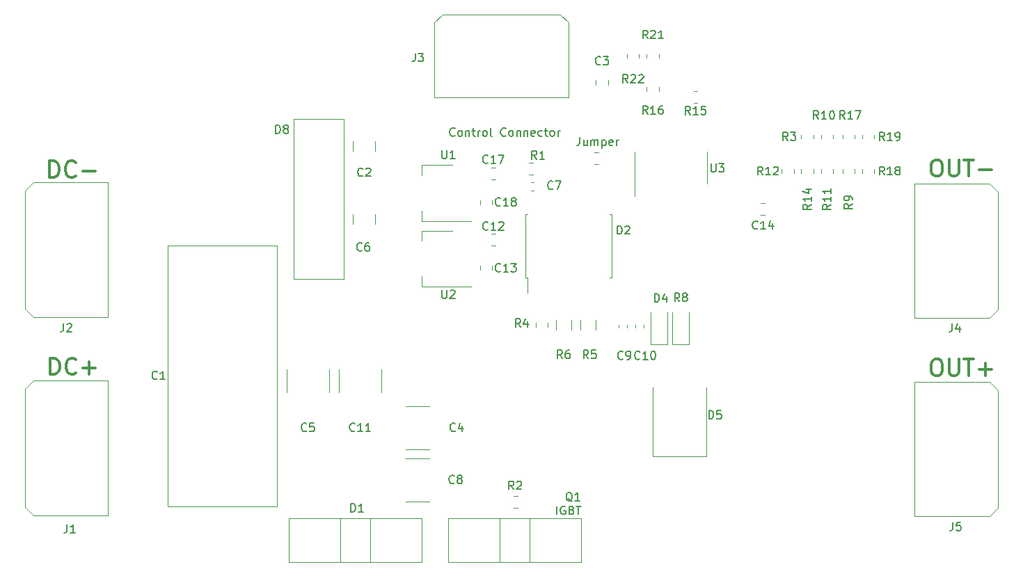
<source format=gbr>
%TF.GenerationSoftware,KiCad,Pcbnew,(6.0.1)*%
%TF.CreationDate,2023-02-17T13:15:31+03:00*%
%TF.ProjectId,_______ IGBT,14403039-3235-4402-9049-4742542e6b69,rev?*%
%TF.SameCoordinates,Original*%
%TF.FileFunction,Legend,Top*%
%TF.FilePolarity,Positive*%
%FSLAX46Y46*%
G04 Gerber Fmt 4.6, Leading zero omitted, Abs format (unit mm)*
G04 Created by KiCad (PCBNEW (6.0.1)) date 2023-02-17 13:15:31*
%MOMM*%
%LPD*%
G01*
G04 APERTURE LIST*
%ADD10C,0.150000*%
%ADD11C,0.300000*%
%ADD12C,0.120000*%
G04 APERTURE END LIST*
D10*
%TO.C,R22*%
X171366442Y-67330980D02*
X171033109Y-66854790D01*
X170795014Y-67330980D02*
X170795014Y-66330980D01*
X171175966Y-66330980D01*
X171271204Y-66378600D01*
X171318823Y-66426219D01*
X171366442Y-66521457D01*
X171366442Y-66664314D01*
X171318823Y-66759552D01*
X171271204Y-66807171D01*
X171175966Y-66854790D01*
X170795014Y-66854790D01*
X171747395Y-66426219D02*
X171795014Y-66378600D01*
X171890252Y-66330980D01*
X172128347Y-66330980D01*
X172223585Y-66378600D01*
X172271204Y-66426219D01*
X172318823Y-66521457D01*
X172318823Y-66616695D01*
X172271204Y-66759552D01*
X171699776Y-67330980D01*
X172318823Y-67330980D01*
X172699776Y-66426219D02*
X172747395Y-66378600D01*
X172842633Y-66330980D01*
X173080728Y-66330980D01*
X173175966Y-66378600D01*
X173223585Y-66426219D01*
X173271204Y-66521457D01*
X173271204Y-66616695D01*
X173223585Y-66759552D01*
X172652157Y-67330980D01*
X173271204Y-67330980D01*
%TO.C,R21*%
X173766442Y-61930980D02*
X173433109Y-61454790D01*
X173195014Y-61930980D02*
X173195014Y-60930980D01*
X173575966Y-60930980D01*
X173671204Y-60978600D01*
X173718823Y-61026219D01*
X173766442Y-61121457D01*
X173766442Y-61264314D01*
X173718823Y-61359552D01*
X173671204Y-61407171D01*
X173575966Y-61454790D01*
X173195014Y-61454790D01*
X174147395Y-61026219D02*
X174195014Y-60978600D01*
X174290252Y-60930980D01*
X174528347Y-60930980D01*
X174623585Y-60978600D01*
X174671204Y-61026219D01*
X174718823Y-61121457D01*
X174718823Y-61216695D01*
X174671204Y-61359552D01*
X174099776Y-61930980D01*
X174718823Y-61930980D01*
X175671204Y-61930980D02*
X175099776Y-61930980D01*
X175385490Y-61930980D02*
X175385490Y-60930980D01*
X175290252Y-61073838D01*
X175195014Y-61169076D01*
X175099776Y-61216695D01*
%TO.C,R19*%
X202566442Y-74330980D02*
X202233109Y-73854790D01*
X201995014Y-74330980D02*
X201995014Y-73330980D01*
X202375966Y-73330980D01*
X202471204Y-73378600D01*
X202518823Y-73426219D01*
X202566442Y-73521457D01*
X202566442Y-73664314D01*
X202518823Y-73759552D01*
X202471204Y-73807171D01*
X202375966Y-73854790D01*
X201995014Y-73854790D01*
X203518823Y-74330980D02*
X202947395Y-74330980D01*
X203233109Y-74330980D02*
X203233109Y-73330980D01*
X203137871Y-73473838D01*
X203042633Y-73569076D01*
X202947395Y-73616695D01*
X203995014Y-74330980D02*
X204185490Y-74330980D01*
X204280728Y-74283361D01*
X204328347Y-74235742D01*
X204423585Y-74092885D01*
X204471204Y-73902409D01*
X204471204Y-73521457D01*
X204423585Y-73426219D01*
X204375966Y-73378600D01*
X204280728Y-73330980D01*
X204090252Y-73330980D01*
X203995014Y-73378600D01*
X203947395Y-73426219D01*
X203899776Y-73521457D01*
X203899776Y-73759552D01*
X203947395Y-73854790D01*
X203995014Y-73902409D01*
X204090252Y-73950028D01*
X204280728Y-73950028D01*
X204375966Y-73902409D01*
X204423585Y-73854790D01*
X204471204Y-73759552D01*
%TO.C,R18*%
X202566442Y-78530980D02*
X202233109Y-78054790D01*
X201995014Y-78530980D02*
X201995014Y-77530980D01*
X202375966Y-77530980D01*
X202471204Y-77578600D01*
X202518823Y-77626219D01*
X202566442Y-77721457D01*
X202566442Y-77864314D01*
X202518823Y-77959552D01*
X202471204Y-78007171D01*
X202375966Y-78054790D01*
X201995014Y-78054790D01*
X203518823Y-78530980D02*
X202947395Y-78530980D01*
X203233109Y-78530980D02*
X203233109Y-77530980D01*
X203137871Y-77673838D01*
X203042633Y-77769076D01*
X202947395Y-77816695D01*
X204090252Y-77959552D02*
X203995014Y-77911933D01*
X203947395Y-77864314D01*
X203899776Y-77769076D01*
X203899776Y-77721457D01*
X203947395Y-77626219D01*
X203995014Y-77578600D01*
X204090252Y-77530980D01*
X204280728Y-77530980D01*
X204375966Y-77578600D01*
X204423585Y-77626219D01*
X204471204Y-77721457D01*
X204471204Y-77769076D01*
X204423585Y-77864314D01*
X204375966Y-77911933D01*
X204280728Y-77959552D01*
X204090252Y-77959552D01*
X203995014Y-78007171D01*
X203947395Y-78054790D01*
X203899776Y-78150028D01*
X203899776Y-78340504D01*
X203947395Y-78435742D01*
X203995014Y-78483361D01*
X204090252Y-78530980D01*
X204280728Y-78530980D01*
X204375966Y-78483361D01*
X204423585Y-78435742D01*
X204471204Y-78340504D01*
X204471204Y-78150028D01*
X204423585Y-78054790D01*
X204375966Y-78007171D01*
X204280728Y-77959552D01*
%TO.C,R17*%
X197766442Y-71730980D02*
X197433109Y-71254790D01*
X197195014Y-71730980D02*
X197195014Y-70730980D01*
X197575966Y-70730980D01*
X197671204Y-70778600D01*
X197718823Y-70826219D01*
X197766442Y-70921457D01*
X197766442Y-71064314D01*
X197718823Y-71159552D01*
X197671204Y-71207171D01*
X197575966Y-71254790D01*
X197195014Y-71254790D01*
X198718823Y-71730980D02*
X198147395Y-71730980D01*
X198433109Y-71730980D02*
X198433109Y-70730980D01*
X198337871Y-70873838D01*
X198242633Y-70969076D01*
X198147395Y-71016695D01*
X199052157Y-70730980D02*
X199718823Y-70730980D01*
X199290252Y-71730980D01*
%TO.C,C1*%
X114103633Y-103335242D02*
X114056014Y-103382861D01*
X113913157Y-103430480D01*
X113817919Y-103430480D01*
X113675061Y-103382861D01*
X113579823Y-103287623D01*
X113532204Y-103192385D01*
X113484585Y-103001909D01*
X113484585Y-102859052D01*
X113532204Y-102668576D01*
X113579823Y-102573338D01*
X113675061Y-102478100D01*
X113817919Y-102430480D01*
X113913157Y-102430480D01*
X114056014Y-102478100D01*
X114103633Y-102525719D01*
X115056014Y-103430480D02*
X114484585Y-103430480D01*
X114770300Y-103430480D02*
X114770300Y-102430480D01*
X114675061Y-102573338D01*
X114579823Y-102668576D01*
X114484585Y-102716195D01*
%TO.C,C2*%
X139125633Y-78604242D02*
X139078014Y-78651861D01*
X138935157Y-78699480D01*
X138839919Y-78699480D01*
X138697061Y-78651861D01*
X138601823Y-78556623D01*
X138554204Y-78461385D01*
X138506585Y-78270909D01*
X138506585Y-78128052D01*
X138554204Y-77937576D01*
X138601823Y-77842338D01*
X138697061Y-77747100D01*
X138839919Y-77699480D01*
X138935157Y-77699480D01*
X139078014Y-77747100D01*
X139125633Y-77794719D01*
X139506585Y-77794719D02*
X139554204Y-77747100D01*
X139649442Y-77699480D01*
X139887538Y-77699480D01*
X139982776Y-77747100D01*
X140030395Y-77794719D01*
X140078014Y-77889957D01*
X140078014Y-77985195D01*
X140030395Y-78128052D01*
X139458966Y-78699480D01*
X140078014Y-78699480D01*
%TO.C,C3*%
X168042633Y-65035742D02*
X167995014Y-65083361D01*
X167852157Y-65130980D01*
X167756919Y-65130980D01*
X167614061Y-65083361D01*
X167518823Y-64988123D01*
X167471204Y-64892885D01*
X167423585Y-64702409D01*
X167423585Y-64559552D01*
X167471204Y-64369076D01*
X167518823Y-64273838D01*
X167614061Y-64178600D01*
X167756919Y-64130980D01*
X167852157Y-64130980D01*
X167995014Y-64178600D01*
X168042633Y-64226219D01*
X168375966Y-64130980D02*
X168995014Y-64130980D01*
X168661680Y-64511933D01*
X168804538Y-64511933D01*
X168899776Y-64559552D01*
X168947395Y-64607171D01*
X168995014Y-64702409D01*
X168995014Y-64940504D01*
X168947395Y-65035742D01*
X168899776Y-65083361D01*
X168804538Y-65130980D01*
X168518823Y-65130980D01*
X168423585Y-65083361D01*
X168375966Y-65035742D01*
%TO.C,C6*%
X138998633Y-87684742D02*
X138951014Y-87732361D01*
X138808157Y-87779980D01*
X138712919Y-87779980D01*
X138570061Y-87732361D01*
X138474823Y-87637123D01*
X138427204Y-87541885D01*
X138379585Y-87351409D01*
X138379585Y-87208552D01*
X138427204Y-87018076D01*
X138474823Y-86922838D01*
X138570061Y-86827600D01*
X138712919Y-86779980D01*
X138808157Y-86779980D01*
X138951014Y-86827600D01*
X138998633Y-86875219D01*
X139855776Y-86779980D02*
X139665300Y-86779980D01*
X139570061Y-86827600D01*
X139522442Y-86875219D01*
X139427204Y-87018076D01*
X139379585Y-87208552D01*
X139379585Y-87589504D01*
X139427204Y-87684742D01*
X139474823Y-87732361D01*
X139570061Y-87779980D01*
X139760538Y-87779980D01*
X139855776Y-87732361D01*
X139903395Y-87684742D01*
X139951014Y-87589504D01*
X139951014Y-87351409D01*
X139903395Y-87256171D01*
X139855776Y-87208552D01*
X139760538Y-87160933D01*
X139570061Y-87160933D01*
X139474823Y-87208552D01*
X139427204Y-87256171D01*
X139379585Y-87351409D01*
%TO.C,C7*%
X162239633Y-80191742D02*
X162192014Y-80239361D01*
X162049157Y-80286980D01*
X161953919Y-80286980D01*
X161811061Y-80239361D01*
X161715823Y-80144123D01*
X161668204Y-80048885D01*
X161620585Y-79858409D01*
X161620585Y-79715552D01*
X161668204Y-79525076D01*
X161715823Y-79429838D01*
X161811061Y-79334600D01*
X161953919Y-79286980D01*
X162049157Y-79286980D01*
X162192014Y-79334600D01*
X162239633Y-79382219D01*
X162572966Y-79286980D02*
X163239633Y-79286980D01*
X162811061Y-80286980D01*
%TO.C,C9*%
X170748633Y-100892742D02*
X170701014Y-100940361D01*
X170558157Y-100987980D01*
X170462919Y-100987980D01*
X170320061Y-100940361D01*
X170224823Y-100845123D01*
X170177204Y-100749885D01*
X170129585Y-100559409D01*
X170129585Y-100416552D01*
X170177204Y-100226076D01*
X170224823Y-100130838D01*
X170320061Y-100035600D01*
X170462919Y-99987980D01*
X170558157Y-99987980D01*
X170701014Y-100035600D01*
X170748633Y-100083219D01*
X171224823Y-100987980D02*
X171415300Y-100987980D01*
X171510538Y-100940361D01*
X171558157Y-100892742D01*
X171653395Y-100749885D01*
X171701014Y-100559409D01*
X171701014Y-100178457D01*
X171653395Y-100083219D01*
X171605776Y-100035600D01*
X171510538Y-99987980D01*
X171320061Y-99987980D01*
X171224823Y-100035600D01*
X171177204Y-100083219D01*
X171129585Y-100178457D01*
X171129585Y-100416552D01*
X171177204Y-100511790D01*
X171224823Y-100559409D01*
X171320061Y-100607028D01*
X171510538Y-100607028D01*
X171605776Y-100559409D01*
X171653395Y-100511790D01*
X171701014Y-100416552D01*
%TO.C,C10*%
X172812442Y-100892742D02*
X172764823Y-100940361D01*
X172621966Y-100987980D01*
X172526728Y-100987980D01*
X172383871Y-100940361D01*
X172288633Y-100845123D01*
X172241014Y-100749885D01*
X172193395Y-100559409D01*
X172193395Y-100416552D01*
X172241014Y-100226076D01*
X172288633Y-100130838D01*
X172383871Y-100035600D01*
X172526728Y-99987980D01*
X172621966Y-99987980D01*
X172764823Y-100035600D01*
X172812442Y-100083219D01*
X173764823Y-100987980D02*
X173193395Y-100987980D01*
X173479109Y-100987980D02*
X173479109Y-99987980D01*
X173383871Y-100130838D01*
X173288633Y-100226076D01*
X173193395Y-100273695D01*
X174383871Y-99987980D02*
X174479109Y-99987980D01*
X174574347Y-100035600D01*
X174621966Y-100083219D01*
X174669585Y-100178457D01*
X174717204Y-100368933D01*
X174717204Y-100607028D01*
X174669585Y-100797504D01*
X174621966Y-100892742D01*
X174574347Y-100940361D01*
X174479109Y-100987980D01*
X174383871Y-100987980D01*
X174288633Y-100940361D01*
X174241014Y-100892742D01*
X174193395Y-100797504D01*
X174145776Y-100607028D01*
X174145776Y-100368933D01*
X174193395Y-100178457D01*
X174241014Y-100083219D01*
X174288633Y-100035600D01*
X174383871Y-99987980D01*
%TO.C,C17*%
X154333942Y-77016742D02*
X154286323Y-77064361D01*
X154143466Y-77111980D01*
X154048228Y-77111980D01*
X153905371Y-77064361D01*
X153810133Y-76969123D01*
X153762514Y-76873885D01*
X153714895Y-76683409D01*
X153714895Y-76540552D01*
X153762514Y-76350076D01*
X153810133Y-76254838D01*
X153905371Y-76159600D01*
X154048228Y-76111980D01*
X154143466Y-76111980D01*
X154286323Y-76159600D01*
X154333942Y-76207219D01*
X155286323Y-77111980D02*
X154714895Y-77111980D01*
X155000609Y-77111980D02*
X155000609Y-76111980D01*
X154905371Y-76254838D01*
X154810133Y-76350076D01*
X154714895Y-76397695D01*
X155619657Y-76111980D02*
X156286323Y-76111980D01*
X155857752Y-77111980D01*
%TO.C,C18*%
X155857942Y-82223742D02*
X155810323Y-82271361D01*
X155667466Y-82318980D01*
X155572228Y-82318980D01*
X155429371Y-82271361D01*
X155334133Y-82176123D01*
X155286514Y-82080885D01*
X155238895Y-81890409D01*
X155238895Y-81747552D01*
X155286514Y-81557076D01*
X155334133Y-81461838D01*
X155429371Y-81366600D01*
X155572228Y-81318980D01*
X155667466Y-81318980D01*
X155810323Y-81366600D01*
X155857942Y-81414219D01*
X156810323Y-82318980D02*
X156238895Y-82318980D01*
X156524609Y-82318980D02*
X156524609Y-81318980D01*
X156429371Y-81461838D01*
X156334133Y-81557076D01*
X156238895Y-81604695D01*
X157381752Y-81747552D02*
X157286514Y-81699933D01*
X157238895Y-81652314D01*
X157191276Y-81557076D01*
X157191276Y-81509457D01*
X157238895Y-81414219D01*
X157286514Y-81366600D01*
X157381752Y-81318980D01*
X157572228Y-81318980D01*
X157667466Y-81366600D01*
X157715085Y-81414219D01*
X157762704Y-81509457D01*
X157762704Y-81557076D01*
X157715085Y-81652314D01*
X157667466Y-81699933D01*
X157572228Y-81747552D01*
X157381752Y-81747552D01*
X157286514Y-81795171D01*
X157238895Y-81842790D01*
X157191276Y-81938028D01*
X157191276Y-82128504D01*
X157238895Y-82223742D01*
X157286514Y-82271361D01*
X157381752Y-82318980D01*
X157572228Y-82318980D01*
X157667466Y-82271361D01*
X157715085Y-82223742D01*
X157762704Y-82128504D01*
X157762704Y-81938028D01*
X157715085Y-81842790D01*
X157667466Y-81795171D01*
X157572228Y-81747552D01*
%TO.C,D2*%
X170071204Y-85730980D02*
X170071204Y-84730980D01*
X170309300Y-84730980D01*
X170452157Y-84778600D01*
X170547395Y-84873838D01*
X170595014Y-84969076D01*
X170642633Y-85159552D01*
X170642633Y-85302409D01*
X170595014Y-85492885D01*
X170547395Y-85588123D01*
X170452157Y-85683361D01*
X170309300Y-85730980D01*
X170071204Y-85730980D01*
X171023585Y-84826219D02*
X171071204Y-84778600D01*
X171166442Y-84730980D01*
X171404538Y-84730980D01*
X171499776Y-84778600D01*
X171547395Y-84826219D01*
X171595014Y-84921457D01*
X171595014Y-85016695D01*
X171547395Y-85159552D01*
X170975966Y-85730980D01*
X171595014Y-85730980D01*
%TO.C,D4*%
X174622204Y-94002980D02*
X174622204Y-93002980D01*
X174860300Y-93002980D01*
X175003157Y-93050600D01*
X175098395Y-93145838D01*
X175146014Y-93241076D01*
X175193633Y-93431552D01*
X175193633Y-93574409D01*
X175146014Y-93764885D01*
X175098395Y-93860123D01*
X175003157Y-93955361D01*
X174860300Y-94002980D01*
X174622204Y-94002980D01*
X176050776Y-93336314D02*
X176050776Y-94002980D01*
X175812680Y-92955361D02*
X175574585Y-93669647D01*
X176193633Y-93669647D01*
%TO.C,D5*%
X181226204Y-108226980D02*
X181226204Y-107226980D01*
X181464300Y-107226980D01*
X181607157Y-107274600D01*
X181702395Y-107369838D01*
X181750014Y-107465076D01*
X181797633Y-107655552D01*
X181797633Y-107798409D01*
X181750014Y-107988885D01*
X181702395Y-108084123D01*
X181607157Y-108179361D01*
X181464300Y-108226980D01*
X181226204Y-108226980D01*
X182702395Y-107226980D02*
X182226204Y-107226980D01*
X182178585Y-107703171D01*
X182226204Y-107655552D01*
X182321442Y-107607933D01*
X182559538Y-107607933D01*
X182654776Y-107655552D01*
X182702395Y-107703171D01*
X182750014Y-107798409D01*
X182750014Y-108036504D01*
X182702395Y-108131742D01*
X182654776Y-108179361D01*
X182559538Y-108226980D01*
X182321442Y-108226980D01*
X182226204Y-108179361D01*
X182178585Y-108131742D01*
%TO.C,Q1*%
X164597061Y-118291719D02*
X164501823Y-118244100D01*
X164406585Y-118148861D01*
X164263728Y-118006004D01*
X164168490Y-117958385D01*
X164073252Y-117958385D01*
X164120871Y-118196480D02*
X164025633Y-118148861D01*
X163930395Y-118053623D01*
X163882776Y-117863147D01*
X163882776Y-117529814D01*
X163930395Y-117339338D01*
X164025633Y-117244100D01*
X164120871Y-117196480D01*
X164311347Y-117196480D01*
X164406585Y-117244100D01*
X164501823Y-117339338D01*
X164549442Y-117529814D01*
X164549442Y-117863147D01*
X164501823Y-118053623D01*
X164406585Y-118148861D01*
X164311347Y-118196480D01*
X164120871Y-118196480D01*
X165501823Y-118196480D02*
X164930395Y-118196480D01*
X165216109Y-118196480D02*
X165216109Y-117196480D01*
X165120871Y-117339338D01*
X165025633Y-117434576D01*
X164930395Y-117482195D01*
X162739847Y-119847480D02*
X162739847Y-118847480D01*
X163739847Y-118895100D02*
X163644609Y-118847480D01*
X163501752Y-118847480D01*
X163358895Y-118895100D01*
X163263657Y-118990338D01*
X163216038Y-119085576D01*
X163168419Y-119276052D01*
X163168419Y-119418909D01*
X163216038Y-119609385D01*
X163263657Y-119704623D01*
X163358895Y-119799861D01*
X163501752Y-119847480D01*
X163596990Y-119847480D01*
X163739847Y-119799861D01*
X163787466Y-119752242D01*
X163787466Y-119418909D01*
X163596990Y-119418909D01*
X164549371Y-119323671D02*
X164692228Y-119371290D01*
X164739847Y-119418909D01*
X164787466Y-119514147D01*
X164787466Y-119657004D01*
X164739847Y-119752242D01*
X164692228Y-119799861D01*
X164596990Y-119847480D01*
X164216038Y-119847480D01*
X164216038Y-118847480D01*
X164549371Y-118847480D01*
X164644609Y-118895100D01*
X164692228Y-118942719D01*
X164739847Y-119037957D01*
X164739847Y-119133195D01*
X164692228Y-119228433D01*
X164644609Y-119276052D01*
X164549371Y-119323671D01*
X164216038Y-119323671D01*
X165073180Y-118847480D02*
X165644609Y-118847480D01*
X165358895Y-119847480D02*
X165358895Y-118847480D01*
%TO.C,R1*%
X160271133Y-76603980D02*
X159937800Y-76127790D01*
X159699704Y-76603980D02*
X159699704Y-75603980D01*
X160080657Y-75603980D01*
X160175895Y-75651600D01*
X160223514Y-75699219D01*
X160271133Y-75794457D01*
X160271133Y-75937314D01*
X160223514Y-76032552D01*
X160175895Y-76080171D01*
X160080657Y-76127790D01*
X159699704Y-76127790D01*
X161223514Y-76603980D02*
X160652085Y-76603980D01*
X160937800Y-76603980D02*
X160937800Y-75603980D01*
X160842561Y-75746838D01*
X160747323Y-75842076D01*
X160652085Y-75889695D01*
%TO.C,R2*%
X157477133Y-116799480D02*
X157143800Y-116323290D01*
X156905704Y-116799480D02*
X156905704Y-115799480D01*
X157286657Y-115799480D01*
X157381895Y-115847100D01*
X157429514Y-115894719D01*
X157477133Y-115989957D01*
X157477133Y-116132814D01*
X157429514Y-116228052D01*
X157381895Y-116275671D01*
X157286657Y-116323290D01*
X156905704Y-116323290D01*
X157858085Y-115894719D02*
X157905704Y-115847100D01*
X158000942Y-115799480D01*
X158239038Y-115799480D01*
X158334276Y-115847100D01*
X158381895Y-115894719D01*
X158429514Y-115989957D01*
X158429514Y-116085195D01*
X158381895Y-116228052D01*
X157810466Y-116799480D01*
X158429514Y-116799480D01*
%TO.C,R4*%
X158302633Y-97050980D02*
X157969300Y-96574790D01*
X157731204Y-97050980D02*
X157731204Y-96050980D01*
X158112157Y-96050980D01*
X158207395Y-96098600D01*
X158255014Y-96146219D01*
X158302633Y-96241457D01*
X158302633Y-96384314D01*
X158255014Y-96479552D01*
X158207395Y-96527171D01*
X158112157Y-96574790D01*
X157731204Y-96574790D01*
X159159776Y-96384314D02*
X159159776Y-97050980D01*
X158921680Y-96003361D02*
X158683585Y-96717647D01*
X159302633Y-96717647D01*
%TO.C,R5*%
X166557633Y-100860980D02*
X166224300Y-100384790D01*
X165986204Y-100860980D02*
X165986204Y-99860980D01*
X166367157Y-99860980D01*
X166462395Y-99908600D01*
X166510014Y-99956219D01*
X166557633Y-100051457D01*
X166557633Y-100194314D01*
X166510014Y-100289552D01*
X166462395Y-100337171D01*
X166367157Y-100384790D01*
X165986204Y-100384790D01*
X167462395Y-99860980D02*
X166986204Y-99860980D01*
X166938585Y-100337171D01*
X166986204Y-100289552D01*
X167081442Y-100241933D01*
X167319538Y-100241933D01*
X167414776Y-100289552D01*
X167462395Y-100337171D01*
X167510014Y-100432409D01*
X167510014Y-100670504D01*
X167462395Y-100765742D01*
X167414776Y-100813361D01*
X167319538Y-100860980D01*
X167081442Y-100860980D01*
X166986204Y-100813361D01*
X166938585Y-100765742D01*
%TO.C,R6*%
X163382633Y-100860980D02*
X163049300Y-100384790D01*
X162811204Y-100860980D02*
X162811204Y-99860980D01*
X163192157Y-99860980D01*
X163287395Y-99908600D01*
X163335014Y-99956219D01*
X163382633Y-100051457D01*
X163382633Y-100194314D01*
X163335014Y-100289552D01*
X163287395Y-100337171D01*
X163192157Y-100384790D01*
X162811204Y-100384790D01*
X164239776Y-99860980D02*
X164049300Y-99860980D01*
X163954061Y-99908600D01*
X163906442Y-99956219D01*
X163811204Y-100099076D01*
X163763585Y-100289552D01*
X163763585Y-100670504D01*
X163811204Y-100765742D01*
X163858823Y-100813361D01*
X163954061Y-100860980D01*
X164144538Y-100860980D01*
X164239776Y-100813361D01*
X164287395Y-100765742D01*
X164335014Y-100670504D01*
X164335014Y-100432409D01*
X164287395Y-100337171D01*
X164239776Y-100289552D01*
X164144538Y-100241933D01*
X163954061Y-100241933D01*
X163858823Y-100289552D01*
X163811204Y-100337171D01*
X163763585Y-100432409D01*
%TO.C,R7*%
X165510133Y-73952980D02*
X165510133Y-74667266D01*
X165462514Y-74810123D01*
X165367276Y-74905361D01*
X165224419Y-74952980D01*
X165129180Y-74952980D01*
X166414895Y-74286314D02*
X166414895Y-74952980D01*
X165986323Y-74286314D02*
X165986323Y-74810123D01*
X166033942Y-74905361D01*
X166129180Y-74952980D01*
X166272038Y-74952980D01*
X166367276Y-74905361D01*
X166414895Y-74857742D01*
X166891085Y-74952980D02*
X166891085Y-74286314D01*
X166891085Y-74381552D02*
X166938704Y-74333933D01*
X167033942Y-74286314D01*
X167176800Y-74286314D01*
X167272038Y-74333933D01*
X167319657Y-74429171D01*
X167319657Y-74952980D01*
X167319657Y-74429171D02*
X167367276Y-74333933D01*
X167462514Y-74286314D01*
X167605371Y-74286314D01*
X167700609Y-74333933D01*
X167748228Y-74429171D01*
X167748228Y-74952980D01*
X168224419Y-74286314D02*
X168224419Y-75286314D01*
X168224419Y-74333933D02*
X168319657Y-74286314D01*
X168510133Y-74286314D01*
X168605371Y-74333933D01*
X168652990Y-74381552D01*
X168700609Y-74476790D01*
X168700609Y-74762504D01*
X168652990Y-74857742D01*
X168605371Y-74905361D01*
X168510133Y-74952980D01*
X168319657Y-74952980D01*
X168224419Y-74905361D01*
X169510133Y-74905361D02*
X169414895Y-74952980D01*
X169224419Y-74952980D01*
X169129180Y-74905361D01*
X169081561Y-74810123D01*
X169081561Y-74429171D01*
X169129180Y-74333933D01*
X169224419Y-74286314D01*
X169414895Y-74286314D01*
X169510133Y-74333933D01*
X169557752Y-74429171D01*
X169557752Y-74524409D01*
X169081561Y-74619647D01*
X169986323Y-74952980D02*
X169986323Y-74286314D01*
X169986323Y-74476790D02*
X170033942Y-74381552D01*
X170081561Y-74333933D01*
X170176800Y-74286314D01*
X170272038Y-74286314D01*
%TO.C,C4*%
X150365133Y-109655742D02*
X150317514Y-109703361D01*
X150174657Y-109750980D01*
X150079419Y-109750980D01*
X149936561Y-109703361D01*
X149841323Y-109608123D01*
X149793704Y-109512885D01*
X149746085Y-109322409D01*
X149746085Y-109179552D01*
X149793704Y-108989076D01*
X149841323Y-108893838D01*
X149936561Y-108798600D01*
X150079419Y-108750980D01*
X150174657Y-108750980D01*
X150317514Y-108798600D01*
X150365133Y-108846219D01*
X151222276Y-109084314D02*
X151222276Y-109750980D01*
X150984180Y-108703361D02*
X150746085Y-109417647D01*
X151365133Y-109417647D01*
%TO.C,C5*%
X132267633Y-109655742D02*
X132220014Y-109703361D01*
X132077157Y-109750980D01*
X131981919Y-109750980D01*
X131839061Y-109703361D01*
X131743823Y-109608123D01*
X131696204Y-109512885D01*
X131648585Y-109322409D01*
X131648585Y-109179552D01*
X131696204Y-108989076D01*
X131743823Y-108893838D01*
X131839061Y-108798600D01*
X131981919Y-108750980D01*
X132077157Y-108750980D01*
X132220014Y-108798600D01*
X132267633Y-108846219D01*
X133172395Y-108750980D02*
X132696204Y-108750980D01*
X132648585Y-109227171D01*
X132696204Y-109179552D01*
X132791442Y-109131933D01*
X133029538Y-109131933D01*
X133124776Y-109179552D01*
X133172395Y-109227171D01*
X133220014Y-109322409D01*
X133220014Y-109560504D01*
X133172395Y-109655742D01*
X133124776Y-109703361D01*
X133029538Y-109750980D01*
X132791442Y-109750980D01*
X132696204Y-109703361D01*
X132648585Y-109655742D01*
%TO.C,C8*%
X150238133Y-116005742D02*
X150190514Y-116053361D01*
X150047657Y-116100980D01*
X149952419Y-116100980D01*
X149809561Y-116053361D01*
X149714323Y-115958123D01*
X149666704Y-115862885D01*
X149619085Y-115672409D01*
X149619085Y-115529552D01*
X149666704Y-115339076D01*
X149714323Y-115243838D01*
X149809561Y-115148600D01*
X149952419Y-115100980D01*
X150047657Y-115100980D01*
X150190514Y-115148600D01*
X150238133Y-115196219D01*
X150809561Y-115529552D02*
X150714323Y-115481933D01*
X150666704Y-115434314D01*
X150619085Y-115339076D01*
X150619085Y-115291457D01*
X150666704Y-115196219D01*
X150714323Y-115148600D01*
X150809561Y-115100980D01*
X151000038Y-115100980D01*
X151095276Y-115148600D01*
X151142895Y-115196219D01*
X151190514Y-115291457D01*
X151190514Y-115339076D01*
X151142895Y-115434314D01*
X151095276Y-115481933D01*
X151000038Y-115529552D01*
X150809561Y-115529552D01*
X150714323Y-115577171D01*
X150666704Y-115624790D01*
X150619085Y-115720028D01*
X150619085Y-115910504D01*
X150666704Y-116005742D01*
X150714323Y-116053361D01*
X150809561Y-116100980D01*
X151000038Y-116100980D01*
X151095276Y-116053361D01*
X151142895Y-116005742D01*
X151190514Y-115910504D01*
X151190514Y-115720028D01*
X151142895Y-115624790D01*
X151095276Y-115577171D01*
X151000038Y-115529552D01*
%TO.C,C11*%
X138141442Y-109655742D02*
X138093823Y-109703361D01*
X137950966Y-109750980D01*
X137855728Y-109750980D01*
X137712871Y-109703361D01*
X137617633Y-109608123D01*
X137570014Y-109512885D01*
X137522395Y-109322409D01*
X137522395Y-109179552D01*
X137570014Y-108989076D01*
X137617633Y-108893838D01*
X137712871Y-108798600D01*
X137855728Y-108750980D01*
X137950966Y-108750980D01*
X138093823Y-108798600D01*
X138141442Y-108846219D01*
X139093823Y-109750980D02*
X138522395Y-109750980D01*
X138808109Y-109750980D02*
X138808109Y-108750980D01*
X138712871Y-108893838D01*
X138617633Y-108989076D01*
X138522395Y-109036695D01*
X140046204Y-109750980D02*
X139474776Y-109750980D01*
X139760490Y-109750980D02*
X139760490Y-108750980D01*
X139665252Y-108893838D01*
X139570014Y-108989076D01*
X139474776Y-109036695D01*
%TO.C,J3*%
X145499466Y-63729480D02*
X145499466Y-64443766D01*
X145451847Y-64586623D01*
X145356609Y-64681861D01*
X145213752Y-64729480D01*
X145118514Y-64729480D01*
X145880419Y-63729480D02*
X146499466Y-63729480D01*
X146166133Y-64110433D01*
X146308990Y-64110433D01*
X146404228Y-64158052D01*
X146451847Y-64205671D01*
X146499466Y-64300909D01*
X146499466Y-64539004D01*
X146451847Y-64634242D01*
X146404228Y-64681861D01*
X146308990Y-64729480D01*
X146023276Y-64729480D01*
X145928038Y-64681861D01*
X145880419Y-64634242D01*
X150326180Y-73714742D02*
X150278561Y-73762361D01*
X150135704Y-73809980D01*
X150040466Y-73809980D01*
X149897609Y-73762361D01*
X149802371Y-73667123D01*
X149754752Y-73571885D01*
X149707133Y-73381409D01*
X149707133Y-73238552D01*
X149754752Y-73048076D01*
X149802371Y-72952838D01*
X149897609Y-72857600D01*
X150040466Y-72809980D01*
X150135704Y-72809980D01*
X150278561Y-72857600D01*
X150326180Y-72905219D01*
X150897609Y-73809980D02*
X150802371Y-73762361D01*
X150754752Y-73714742D01*
X150707133Y-73619504D01*
X150707133Y-73333790D01*
X150754752Y-73238552D01*
X150802371Y-73190933D01*
X150897609Y-73143314D01*
X151040466Y-73143314D01*
X151135704Y-73190933D01*
X151183323Y-73238552D01*
X151230942Y-73333790D01*
X151230942Y-73619504D01*
X151183323Y-73714742D01*
X151135704Y-73762361D01*
X151040466Y-73809980D01*
X150897609Y-73809980D01*
X151659514Y-73143314D02*
X151659514Y-73809980D01*
X151659514Y-73238552D02*
X151707133Y-73190933D01*
X151802371Y-73143314D01*
X151945228Y-73143314D01*
X152040466Y-73190933D01*
X152088085Y-73286171D01*
X152088085Y-73809980D01*
X152421419Y-73143314D02*
X152802371Y-73143314D01*
X152564276Y-72809980D02*
X152564276Y-73667123D01*
X152611895Y-73762361D01*
X152707133Y-73809980D01*
X152802371Y-73809980D01*
X153135704Y-73809980D02*
X153135704Y-73143314D01*
X153135704Y-73333790D02*
X153183323Y-73238552D01*
X153230942Y-73190933D01*
X153326180Y-73143314D01*
X153421419Y-73143314D01*
X153897609Y-73809980D02*
X153802371Y-73762361D01*
X153754752Y-73714742D01*
X153707133Y-73619504D01*
X153707133Y-73333790D01*
X153754752Y-73238552D01*
X153802371Y-73190933D01*
X153897609Y-73143314D01*
X154040466Y-73143314D01*
X154135704Y-73190933D01*
X154183323Y-73238552D01*
X154230942Y-73333790D01*
X154230942Y-73619504D01*
X154183323Y-73714742D01*
X154135704Y-73762361D01*
X154040466Y-73809980D01*
X153897609Y-73809980D01*
X154802371Y-73809980D02*
X154707133Y-73762361D01*
X154659514Y-73667123D01*
X154659514Y-72809980D01*
X156516657Y-73714742D02*
X156469038Y-73762361D01*
X156326180Y-73809980D01*
X156230942Y-73809980D01*
X156088085Y-73762361D01*
X155992847Y-73667123D01*
X155945228Y-73571885D01*
X155897609Y-73381409D01*
X155897609Y-73238552D01*
X155945228Y-73048076D01*
X155992847Y-72952838D01*
X156088085Y-72857600D01*
X156230942Y-72809980D01*
X156326180Y-72809980D01*
X156469038Y-72857600D01*
X156516657Y-72905219D01*
X157088085Y-73809980D02*
X156992847Y-73762361D01*
X156945228Y-73714742D01*
X156897609Y-73619504D01*
X156897609Y-73333790D01*
X156945228Y-73238552D01*
X156992847Y-73190933D01*
X157088085Y-73143314D01*
X157230942Y-73143314D01*
X157326180Y-73190933D01*
X157373800Y-73238552D01*
X157421419Y-73333790D01*
X157421419Y-73619504D01*
X157373800Y-73714742D01*
X157326180Y-73762361D01*
X157230942Y-73809980D01*
X157088085Y-73809980D01*
X157849990Y-73143314D02*
X157849990Y-73809980D01*
X157849990Y-73238552D02*
X157897609Y-73190933D01*
X157992847Y-73143314D01*
X158135704Y-73143314D01*
X158230942Y-73190933D01*
X158278561Y-73286171D01*
X158278561Y-73809980D01*
X158754752Y-73143314D02*
X158754752Y-73809980D01*
X158754752Y-73238552D02*
X158802371Y-73190933D01*
X158897609Y-73143314D01*
X159040466Y-73143314D01*
X159135704Y-73190933D01*
X159183323Y-73286171D01*
X159183323Y-73809980D01*
X160040466Y-73762361D02*
X159945228Y-73809980D01*
X159754752Y-73809980D01*
X159659514Y-73762361D01*
X159611895Y-73667123D01*
X159611895Y-73286171D01*
X159659514Y-73190933D01*
X159754752Y-73143314D01*
X159945228Y-73143314D01*
X160040466Y-73190933D01*
X160088085Y-73286171D01*
X160088085Y-73381409D01*
X159611895Y-73476647D01*
X160945228Y-73762361D02*
X160849990Y-73809980D01*
X160659514Y-73809980D01*
X160564276Y-73762361D01*
X160516657Y-73714742D01*
X160469038Y-73619504D01*
X160469038Y-73333790D01*
X160516657Y-73238552D01*
X160564276Y-73190933D01*
X160659514Y-73143314D01*
X160849990Y-73143314D01*
X160945228Y-73190933D01*
X161230942Y-73143314D02*
X161611895Y-73143314D01*
X161373800Y-72809980D02*
X161373800Y-73667123D01*
X161421419Y-73762361D01*
X161516657Y-73809980D01*
X161611895Y-73809980D01*
X162088085Y-73809980D02*
X161992847Y-73762361D01*
X161945228Y-73714742D01*
X161897609Y-73619504D01*
X161897609Y-73333790D01*
X161945228Y-73238552D01*
X161992847Y-73190933D01*
X162088085Y-73143314D01*
X162230942Y-73143314D01*
X162326180Y-73190933D01*
X162373800Y-73238552D01*
X162421419Y-73333790D01*
X162421419Y-73619504D01*
X162373800Y-73714742D01*
X162326180Y-73762361D01*
X162230942Y-73809980D01*
X162088085Y-73809980D01*
X162849990Y-73809980D02*
X162849990Y-73143314D01*
X162849990Y-73333790D02*
X162897609Y-73238552D01*
X162945228Y-73190933D01*
X163040466Y-73143314D01*
X163135704Y-73143314D01*
%TO.C,J1*%
X103144966Y-121069980D02*
X103144966Y-121784266D01*
X103097347Y-121927123D01*
X103002109Y-122022361D01*
X102859252Y-122069980D01*
X102764014Y-122069980D01*
X104144966Y-122069980D02*
X103573538Y-122069980D01*
X103859252Y-122069980D02*
X103859252Y-121069980D01*
X103764014Y-121212838D01*
X103668776Y-121308076D01*
X103573538Y-121355695D01*
D11*
X101097395Y-102837361D02*
X101097395Y-100837361D01*
X101573585Y-100837361D01*
X101859300Y-100932600D01*
X102049776Y-101123076D01*
X102145014Y-101313552D01*
X102240252Y-101694504D01*
X102240252Y-101980219D01*
X102145014Y-102361171D01*
X102049776Y-102551647D01*
X101859300Y-102742123D01*
X101573585Y-102837361D01*
X101097395Y-102837361D01*
X104240252Y-102646885D02*
X104145014Y-102742123D01*
X103859300Y-102837361D01*
X103668823Y-102837361D01*
X103383109Y-102742123D01*
X103192633Y-102551647D01*
X103097395Y-102361171D01*
X103002157Y-101980219D01*
X103002157Y-101694504D01*
X103097395Y-101313552D01*
X103192633Y-101123076D01*
X103383109Y-100932600D01*
X103668823Y-100837361D01*
X103859300Y-100837361D01*
X104145014Y-100932600D01*
X104240252Y-101027838D01*
X105097395Y-102075457D02*
X106621204Y-102075457D01*
X105859300Y-102837361D02*
X105859300Y-101313552D01*
D10*
%TO.C,J2*%
X102700466Y-96622480D02*
X102700466Y-97336766D01*
X102652847Y-97479623D01*
X102557609Y-97574861D01*
X102414752Y-97622480D01*
X102319514Y-97622480D01*
X103129038Y-96717719D02*
X103176657Y-96670100D01*
X103271895Y-96622480D01*
X103509990Y-96622480D01*
X103605228Y-96670100D01*
X103652847Y-96717719D01*
X103700466Y-96812957D01*
X103700466Y-96908195D01*
X103652847Y-97051052D01*
X103081419Y-97622480D01*
X103700466Y-97622480D01*
D11*
X101033895Y-78834361D02*
X101033895Y-76834361D01*
X101510085Y-76834361D01*
X101795800Y-76929600D01*
X101986276Y-77120076D01*
X102081514Y-77310552D01*
X102176752Y-77691504D01*
X102176752Y-77977219D01*
X102081514Y-78358171D01*
X101986276Y-78548647D01*
X101795800Y-78739123D01*
X101510085Y-78834361D01*
X101033895Y-78834361D01*
X104176752Y-78643885D02*
X104081514Y-78739123D01*
X103795800Y-78834361D01*
X103605323Y-78834361D01*
X103319609Y-78739123D01*
X103129133Y-78548647D01*
X103033895Y-78358171D01*
X102938657Y-77977219D01*
X102938657Y-77691504D01*
X103033895Y-77310552D01*
X103129133Y-77120076D01*
X103319609Y-76929600D01*
X103605323Y-76834361D01*
X103795800Y-76834361D01*
X104081514Y-76929600D01*
X104176752Y-77024838D01*
X105033895Y-78072457D02*
X106557704Y-78072457D01*
D10*
%TO.C,J4*%
X210840966Y-96622480D02*
X210840966Y-97336766D01*
X210793347Y-97479623D01*
X210698109Y-97574861D01*
X210555252Y-97622480D01*
X210460014Y-97622480D01*
X211745728Y-96955814D02*
X211745728Y-97622480D01*
X211507633Y-96574861D02*
X211269538Y-97289147D01*
X211888585Y-97289147D01*
D11*
X208761704Y-76707361D02*
X209142657Y-76707361D01*
X209333133Y-76802600D01*
X209523609Y-76993076D01*
X209618847Y-77374028D01*
X209618847Y-78040695D01*
X209523609Y-78421647D01*
X209333133Y-78612123D01*
X209142657Y-78707361D01*
X208761704Y-78707361D01*
X208571228Y-78612123D01*
X208380752Y-78421647D01*
X208285514Y-78040695D01*
X208285514Y-77374028D01*
X208380752Y-76993076D01*
X208571228Y-76802600D01*
X208761704Y-76707361D01*
X210475990Y-76707361D02*
X210475990Y-78326409D01*
X210571228Y-78516885D01*
X210666466Y-78612123D01*
X210856942Y-78707361D01*
X211237895Y-78707361D01*
X211428371Y-78612123D01*
X211523609Y-78516885D01*
X211618847Y-78326409D01*
X211618847Y-76707361D01*
X212285514Y-76707361D02*
X213428371Y-76707361D01*
X212856942Y-78707361D02*
X212856942Y-76707361D01*
X214095038Y-77945457D02*
X215618847Y-77945457D01*
D10*
%TO.C,J5*%
X210904466Y-120815980D02*
X210904466Y-121530266D01*
X210856847Y-121673123D01*
X210761609Y-121768361D01*
X210618752Y-121815980D01*
X210523514Y-121815980D01*
X211856847Y-120815980D02*
X211380657Y-120815980D01*
X211333038Y-121292171D01*
X211380657Y-121244552D01*
X211475895Y-121196933D01*
X211713990Y-121196933D01*
X211809228Y-121244552D01*
X211856847Y-121292171D01*
X211904466Y-121387409D01*
X211904466Y-121625504D01*
X211856847Y-121720742D01*
X211809228Y-121768361D01*
X211713990Y-121815980D01*
X211475895Y-121815980D01*
X211380657Y-121768361D01*
X211333038Y-121720742D01*
D11*
X208761704Y-100964361D02*
X209142657Y-100964361D01*
X209333133Y-101059600D01*
X209523609Y-101250076D01*
X209618847Y-101631028D01*
X209618847Y-102297695D01*
X209523609Y-102678647D01*
X209333133Y-102869123D01*
X209142657Y-102964361D01*
X208761704Y-102964361D01*
X208571228Y-102869123D01*
X208380752Y-102678647D01*
X208285514Y-102297695D01*
X208285514Y-101631028D01*
X208380752Y-101250076D01*
X208571228Y-101059600D01*
X208761704Y-100964361D01*
X210475990Y-100964361D02*
X210475990Y-102583409D01*
X210571228Y-102773885D01*
X210666466Y-102869123D01*
X210856942Y-102964361D01*
X211237895Y-102964361D01*
X211428371Y-102869123D01*
X211523609Y-102773885D01*
X211618847Y-102583409D01*
X211618847Y-100964361D01*
X212285514Y-100964361D02*
X213428371Y-100964361D01*
X212856942Y-102964361D02*
X212856942Y-100964361D01*
X214095038Y-102202457D02*
X215618847Y-102202457D01*
X214856942Y-102964361D02*
X214856942Y-101440552D01*
D10*
%TO.C,D1*%
X137665204Y-119529980D02*
X137665204Y-118529980D01*
X137903300Y-118529980D01*
X138046157Y-118577600D01*
X138141395Y-118672838D01*
X138189014Y-118768076D01*
X138236633Y-118958552D01*
X138236633Y-119101409D01*
X138189014Y-119291885D01*
X138141395Y-119387123D01*
X138046157Y-119482361D01*
X137903300Y-119529980D01*
X137665204Y-119529980D01*
X139189014Y-119529980D02*
X138617585Y-119529980D01*
X138903300Y-119529980D02*
X138903300Y-118529980D01*
X138808061Y-118672838D01*
X138712823Y-118768076D01*
X138617585Y-118815695D01*
%TO.C,U1*%
X148753895Y-75540480D02*
X148753895Y-76350004D01*
X148801514Y-76445242D01*
X148849133Y-76492861D01*
X148944371Y-76540480D01*
X149134847Y-76540480D01*
X149230085Y-76492861D01*
X149277704Y-76445242D01*
X149325323Y-76350004D01*
X149325323Y-75540480D01*
X150325323Y-76540480D02*
X149753895Y-76540480D01*
X150039609Y-76540480D02*
X150039609Y-75540480D01*
X149944371Y-75683338D01*
X149849133Y-75778576D01*
X149753895Y-75826195D01*
%TO.C,C12*%
X154333942Y-85145742D02*
X154286323Y-85193361D01*
X154143466Y-85240980D01*
X154048228Y-85240980D01*
X153905371Y-85193361D01*
X153810133Y-85098123D01*
X153762514Y-85002885D01*
X153714895Y-84812409D01*
X153714895Y-84669552D01*
X153762514Y-84479076D01*
X153810133Y-84383838D01*
X153905371Y-84288600D01*
X154048228Y-84240980D01*
X154143466Y-84240980D01*
X154286323Y-84288600D01*
X154333942Y-84336219D01*
X155286323Y-85240980D02*
X154714895Y-85240980D01*
X155000609Y-85240980D02*
X155000609Y-84240980D01*
X154905371Y-84383838D01*
X154810133Y-84479076D01*
X154714895Y-84526695D01*
X155667276Y-84336219D02*
X155714895Y-84288600D01*
X155810133Y-84240980D01*
X156048228Y-84240980D01*
X156143466Y-84288600D01*
X156191085Y-84336219D01*
X156238704Y-84431457D01*
X156238704Y-84526695D01*
X156191085Y-84669552D01*
X155619657Y-85240980D01*
X156238704Y-85240980D01*
%TO.C,C13*%
X155857942Y-90224742D02*
X155810323Y-90272361D01*
X155667466Y-90319980D01*
X155572228Y-90319980D01*
X155429371Y-90272361D01*
X155334133Y-90177123D01*
X155286514Y-90081885D01*
X155238895Y-89891409D01*
X155238895Y-89748552D01*
X155286514Y-89558076D01*
X155334133Y-89462838D01*
X155429371Y-89367600D01*
X155572228Y-89319980D01*
X155667466Y-89319980D01*
X155810323Y-89367600D01*
X155857942Y-89415219D01*
X156810323Y-90319980D02*
X156238895Y-90319980D01*
X156524609Y-90319980D02*
X156524609Y-89319980D01*
X156429371Y-89462838D01*
X156334133Y-89558076D01*
X156238895Y-89605695D01*
X157143657Y-89319980D02*
X157762704Y-89319980D01*
X157429371Y-89700933D01*
X157572228Y-89700933D01*
X157667466Y-89748552D01*
X157715085Y-89796171D01*
X157762704Y-89891409D01*
X157762704Y-90129504D01*
X157715085Y-90224742D01*
X157667466Y-90272361D01*
X157572228Y-90319980D01*
X157286514Y-90319980D01*
X157191276Y-90272361D01*
X157143657Y-90224742D01*
%TO.C,U2*%
X148753895Y-92558480D02*
X148753895Y-93368004D01*
X148801514Y-93463242D01*
X148849133Y-93510861D01*
X148944371Y-93558480D01*
X149134847Y-93558480D01*
X149230085Y-93510861D01*
X149277704Y-93463242D01*
X149325323Y-93368004D01*
X149325323Y-92558480D01*
X149753895Y-92653719D02*
X149801514Y-92606100D01*
X149896752Y-92558480D01*
X150134847Y-92558480D01*
X150230085Y-92606100D01*
X150277704Y-92653719D01*
X150325323Y-92748957D01*
X150325323Y-92844195D01*
X150277704Y-92987052D01*
X149706276Y-93558480D01*
X150325323Y-93558480D01*
%TO.C,D8*%
X128521204Y-73480980D02*
X128521204Y-72480980D01*
X128759300Y-72480980D01*
X128902157Y-72528600D01*
X128997395Y-72623838D01*
X129045014Y-72719076D01*
X129092633Y-72909552D01*
X129092633Y-73052409D01*
X129045014Y-73242885D01*
X128997395Y-73338123D01*
X128902157Y-73433361D01*
X128759300Y-73480980D01*
X128521204Y-73480980D01*
X129664061Y-72909552D02*
X129568823Y-72861933D01*
X129521204Y-72814314D01*
X129473585Y-72719076D01*
X129473585Y-72671457D01*
X129521204Y-72576219D01*
X129568823Y-72528600D01*
X129664061Y-72480980D01*
X129854538Y-72480980D01*
X129949776Y-72528600D01*
X129997395Y-72576219D01*
X130045014Y-72671457D01*
X130045014Y-72719076D01*
X129997395Y-72814314D01*
X129949776Y-72861933D01*
X129854538Y-72909552D01*
X129664061Y-72909552D01*
X129568823Y-72957171D01*
X129521204Y-73004790D01*
X129473585Y-73100028D01*
X129473585Y-73290504D01*
X129521204Y-73385742D01*
X129568823Y-73433361D01*
X129664061Y-73480980D01*
X129854538Y-73480980D01*
X129949776Y-73433361D01*
X129997395Y-73385742D01*
X130045014Y-73290504D01*
X130045014Y-73100028D01*
X129997395Y-73004790D01*
X129949776Y-72957171D01*
X129854538Y-72909552D01*
%TO.C,R14*%
X193661680Y-82121457D02*
X193185490Y-82454790D01*
X193661680Y-82692885D02*
X192661680Y-82692885D01*
X192661680Y-82311933D01*
X192709300Y-82216695D01*
X192756919Y-82169076D01*
X192852157Y-82121457D01*
X192995014Y-82121457D01*
X193090252Y-82169076D01*
X193137871Y-82216695D01*
X193185490Y-82311933D01*
X193185490Y-82692885D01*
X193661680Y-81169076D02*
X193661680Y-81740504D01*
X193661680Y-81454790D02*
X192661680Y-81454790D01*
X192804538Y-81550028D01*
X192899776Y-81645266D01*
X192947395Y-81740504D01*
X192995014Y-80311933D02*
X193661680Y-80311933D01*
X192614061Y-80550028D02*
X193328347Y-80788123D01*
X193328347Y-80169076D01*
%TO.C,R11*%
X196061680Y-82121457D02*
X195585490Y-82454790D01*
X196061680Y-82692885D02*
X195061680Y-82692885D01*
X195061680Y-82311933D01*
X195109300Y-82216695D01*
X195156919Y-82169076D01*
X195252157Y-82121457D01*
X195395014Y-82121457D01*
X195490252Y-82169076D01*
X195537871Y-82216695D01*
X195585490Y-82311933D01*
X195585490Y-82692885D01*
X196061680Y-81169076D02*
X196061680Y-81740504D01*
X196061680Y-81454790D02*
X195061680Y-81454790D01*
X195204538Y-81550028D01*
X195299776Y-81645266D01*
X195347395Y-81740504D01*
X196061680Y-80216695D02*
X196061680Y-80788123D01*
X196061680Y-80502409D02*
X195061680Y-80502409D01*
X195204538Y-80597647D01*
X195299776Y-80692885D01*
X195347395Y-80788123D01*
%TO.C,U3*%
X181497395Y-77180980D02*
X181497395Y-77990504D01*
X181545014Y-78085742D01*
X181592633Y-78133361D01*
X181687871Y-78180980D01*
X181878347Y-78180980D01*
X181973585Y-78133361D01*
X182021204Y-78085742D01*
X182068823Y-77990504D01*
X182068823Y-77180980D01*
X182449776Y-77180980D02*
X183068823Y-77180980D01*
X182735490Y-77561933D01*
X182878347Y-77561933D01*
X182973585Y-77609552D01*
X183021204Y-77657171D01*
X183068823Y-77752409D01*
X183068823Y-77990504D01*
X183021204Y-78085742D01*
X182973585Y-78133361D01*
X182878347Y-78180980D01*
X182592633Y-78180980D01*
X182497395Y-78133361D01*
X182449776Y-78085742D01*
%TO.C,R15*%
X178966442Y-71180980D02*
X178633109Y-70704790D01*
X178395014Y-71180980D02*
X178395014Y-70180980D01*
X178775966Y-70180980D01*
X178871204Y-70228600D01*
X178918823Y-70276219D01*
X178966442Y-70371457D01*
X178966442Y-70514314D01*
X178918823Y-70609552D01*
X178871204Y-70657171D01*
X178775966Y-70704790D01*
X178395014Y-70704790D01*
X179918823Y-71180980D02*
X179347395Y-71180980D01*
X179633109Y-71180980D02*
X179633109Y-70180980D01*
X179537871Y-70323838D01*
X179442633Y-70419076D01*
X179347395Y-70466695D01*
X180823585Y-70180980D02*
X180347395Y-70180980D01*
X180299776Y-70657171D01*
X180347395Y-70609552D01*
X180442633Y-70561933D01*
X180680728Y-70561933D01*
X180775966Y-70609552D01*
X180823585Y-70657171D01*
X180871204Y-70752409D01*
X180871204Y-70990504D01*
X180823585Y-71085742D01*
X180775966Y-71133361D01*
X180680728Y-71180980D01*
X180442633Y-71180980D01*
X180347395Y-71133361D01*
X180299776Y-71085742D01*
%TO.C,R10*%
X194566442Y-71730980D02*
X194233109Y-71254790D01*
X193995014Y-71730980D02*
X193995014Y-70730980D01*
X194375966Y-70730980D01*
X194471204Y-70778600D01*
X194518823Y-70826219D01*
X194566442Y-70921457D01*
X194566442Y-71064314D01*
X194518823Y-71159552D01*
X194471204Y-71207171D01*
X194375966Y-71254790D01*
X193995014Y-71254790D01*
X195518823Y-71730980D02*
X194947395Y-71730980D01*
X195233109Y-71730980D02*
X195233109Y-70730980D01*
X195137871Y-70873838D01*
X195042633Y-70969076D01*
X194947395Y-71016695D01*
X196137871Y-70730980D02*
X196233109Y-70730980D01*
X196328347Y-70778600D01*
X196375966Y-70826219D01*
X196423585Y-70921457D01*
X196471204Y-71111933D01*
X196471204Y-71350028D01*
X196423585Y-71540504D01*
X196375966Y-71635742D01*
X196328347Y-71683361D01*
X196233109Y-71730980D01*
X196137871Y-71730980D01*
X196042633Y-71683361D01*
X195995014Y-71635742D01*
X195947395Y-71540504D01*
X195899776Y-71350028D01*
X195899776Y-71111933D01*
X195947395Y-70921457D01*
X195995014Y-70826219D01*
X196042633Y-70778600D01*
X196137871Y-70730980D01*
%TO.C,R16*%
X173766442Y-71130980D02*
X173433109Y-70654790D01*
X173195014Y-71130980D02*
X173195014Y-70130980D01*
X173575966Y-70130980D01*
X173671204Y-70178600D01*
X173718823Y-70226219D01*
X173766442Y-70321457D01*
X173766442Y-70464314D01*
X173718823Y-70559552D01*
X173671204Y-70607171D01*
X173575966Y-70654790D01*
X173195014Y-70654790D01*
X174718823Y-71130980D02*
X174147395Y-71130980D01*
X174433109Y-71130980D02*
X174433109Y-70130980D01*
X174337871Y-70273838D01*
X174242633Y-70369076D01*
X174147395Y-70416695D01*
X175575966Y-70130980D02*
X175385490Y-70130980D01*
X175290252Y-70178600D01*
X175242633Y-70226219D01*
X175147395Y-70369076D01*
X175099776Y-70559552D01*
X175099776Y-70940504D01*
X175147395Y-71035742D01*
X175195014Y-71083361D01*
X175290252Y-71130980D01*
X175480728Y-71130980D01*
X175575966Y-71083361D01*
X175623585Y-71035742D01*
X175671204Y-70940504D01*
X175671204Y-70702409D01*
X175623585Y-70607171D01*
X175575966Y-70559552D01*
X175480728Y-70511933D01*
X175290252Y-70511933D01*
X175195014Y-70559552D01*
X175147395Y-70607171D01*
X175099776Y-70702409D01*
%TO.C,R8*%
X177642633Y-93930980D02*
X177309300Y-93454790D01*
X177071204Y-93930980D02*
X177071204Y-92930980D01*
X177452157Y-92930980D01*
X177547395Y-92978600D01*
X177595014Y-93026219D01*
X177642633Y-93121457D01*
X177642633Y-93264314D01*
X177595014Y-93359552D01*
X177547395Y-93407171D01*
X177452157Y-93454790D01*
X177071204Y-93454790D01*
X178214061Y-93359552D02*
X178118823Y-93311933D01*
X178071204Y-93264314D01*
X178023585Y-93169076D01*
X178023585Y-93121457D01*
X178071204Y-93026219D01*
X178118823Y-92978600D01*
X178214061Y-92930980D01*
X178404538Y-92930980D01*
X178499776Y-92978600D01*
X178547395Y-93026219D01*
X178595014Y-93121457D01*
X178595014Y-93169076D01*
X178547395Y-93264314D01*
X178499776Y-93311933D01*
X178404538Y-93359552D01*
X178214061Y-93359552D01*
X178118823Y-93407171D01*
X178071204Y-93454790D01*
X178023585Y-93550028D01*
X178023585Y-93740504D01*
X178071204Y-93835742D01*
X178118823Y-93883361D01*
X178214061Y-93930980D01*
X178404538Y-93930980D01*
X178499776Y-93883361D01*
X178547395Y-93835742D01*
X178595014Y-93740504D01*
X178595014Y-93550028D01*
X178547395Y-93454790D01*
X178499776Y-93407171D01*
X178404538Y-93359552D01*
%TO.C,R12*%
X187766442Y-78530980D02*
X187433109Y-78054790D01*
X187195014Y-78530980D02*
X187195014Y-77530980D01*
X187575966Y-77530980D01*
X187671204Y-77578600D01*
X187718823Y-77626219D01*
X187766442Y-77721457D01*
X187766442Y-77864314D01*
X187718823Y-77959552D01*
X187671204Y-78007171D01*
X187575966Y-78054790D01*
X187195014Y-78054790D01*
X188718823Y-78530980D02*
X188147395Y-78530980D01*
X188433109Y-78530980D02*
X188433109Y-77530980D01*
X188337871Y-77673838D01*
X188242633Y-77769076D01*
X188147395Y-77816695D01*
X189099776Y-77626219D02*
X189147395Y-77578600D01*
X189242633Y-77530980D01*
X189480728Y-77530980D01*
X189575966Y-77578600D01*
X189623585Y-77626219D01*
X189671204Y-77721457D01*
X189671204Y-77816695D01*
X189623585Y-77959552D01*
X189052157Y-78530980D01*
X189671204Y-78530980D01*
%TO.C,C14*%
X187166442Y-85035742D02*
X187118823Y-85083361D01*
X186975966Y-85130980D01*
X186880728Y-85130980D01*
X186737871Y-85083361D01*
X186642633Y-84988123D01*
X186595014Y-84892885D01*
X186547395Y-84702409D01*
X186547395Y-84559552D01*
X186595014Y-84369076D01*
X186642633Y-84273838D01*
X186737871Y-84178600D01*
X186880728Y-84130980D01*
X186975966Y-84130980D01*
X187118823Y-84178600D01*
X187166442Y-84226219D01*
X188118823Y-85130980D02*
X187547395Y-85130980D01*
X187833109Y-85130980D02*
X187833109Y-84130980D01*
X187737871Y-84273838D01*
X187642633Y-84369076D01*
X187547395Y-84416695D01*
X188975966Y-84464314D02*
X188975966Y-85130980D01*
X188737871Y-84083361D02*
X188499776Y-84797647D01*
X189118823Y-84797647D01*
%TO.C,R3*%
X190842633Y-74330980D02*
X190509300Y-73854790D01*
X190271204Y-74330980D02*
X190271204Y-73330980D01*
X190652157Y-73330980D01*
X190747395Y-73378600D01*
X190795014Y-73426219D01*
X190842633Y-73521457D01*
X190842633Y-73664314D01*
X190795014Y-73759552D01*
X190747395Y-73807171D01*
X190652157Y-73854790D01*
X190271204Y-73854790D01*
X191175966Y-73330980D02*
X191795014Y-73330980D01*
X191461680Y-73711933D01*
X191604538Y-73711933D01*
X191699776Y-73759552D01*
X191747395Y-73807171D01*
X191795014Y-73902409D01*
X191795014Y-74140504D01*
X191747395Y-74235742D01*
X191699776Y-74283361D01*
X191604538Y-74330980D01*
X191318823Y-74330980D01*
X191223585Y-74283361D01*
X191175966Y-74235742D01*
%TO.C,R9*%
X198661680Y-82045266D02*
X198185490Y-82378600D01*
X198661680Y-82616695D02*
X197661680Y-82616695D01*
X197661680Y-82235742D01*
X197709300Y-82140504D01*
X197756919Y-82092885D01*
X197852157Y-82045266D01*
X197995014Y-82045266D01*
X198090252Y-82092885D01*
X198137871Y-82140504D01*
X198185490Y-82235742D01*
X198185490Y-82616695D01*
X198661680Y-81569076D02*
X198661680Y-81378600D01*
X198614061Y-81283361D01*
X198566442Y-81235742D01*
X198423585Y-81140504D01*
X198233109Y-81092885D01*
X197852157Y-81092885D01*
X197756919Y-81140504D01*
X197709300Y-81188123D01*
X197661680Y-81283361D01*
X197661680Y-81473838D01*
X197709300Y-81569076D01*
X197756919Y-81616695D01*
X197852157Y-81664314D01*
X198090252Y-81664314D01*
X198185490Y-81616695D01*
X198233109Y-81569076D01*
X198280728Y-81473838D01*
X198280728Y-81283361D01*
X198233109Y-81188123D01*
X198185490Y-81140504D01*
X198090252Y-81092885D01*
D12*
%TO.C,R22*%
X172744300Y-63851536D02*
X172744300Y-64305664D01*
X171274300Y-63851536D02*
X171274300Y-64305664D01*
%TO.C,R21*%
X173674300Y-64305664D02*
X173674300Y-63851536D01*
X175144300Y-64305664D02*
X175144300Y-63851536D01*
%TO.C,R19*%
X199874300Y-74105664D02*
X199874300Y-73651536D01*
X201344300Y-74105664D02*
X201344300Y-73651536D01*
%TO.C,R18*%
X199874300Y-78305664D02*
X199874300Y-77851536D01*
X201344300Y-78305664D02*
X201344300Y-77851536D01*
%TO.C,R17*%
X197474300Y-74105664D02*
X197474300Y-73651536D01*
X198944300Y-74105664D02*
X198944300Y-73651536D01*
%TO.C,C1*%
X115400300Y-118848100D02*
X128640300Y-118848100D01*
X115400300Y-87108100D02*
X128640300Y-87108100D01*
X115400300Y-118848100D02*
X115400300Y-87108100D01*
X128640300Y-118848100D02*
X128640300Y-87108100D01*
%TO.C,C2*%
X137932300Y-74406536D02*
X137932300Y-75610664D01*
X140652300Y-74406536D02*
X140652300Y-75610664D01*
%TO.C,C3*%
X167474300Y-67017348D02*
X167474300Y-67539852D01*
X168944300Y-67017348D02*
X168944300Y-67539852D01*
%TO.C,C6*%
X137932300Y-84500664D02*
X137932300Y-83296536D01*
X140652300Y-84500664D02*
X140652300Y-83296536D01*
%TO.C,C7*%
X159910567Y-79451600D02*
X159568033Y-79451600D01*
X159910567Y-80471600D02*
X159568033Y-80471600D01*
%TO.C,C9*%
X170278300Y-97087367D02*
X170278300Y-96744833D01*
X171298300Y-97087367D02*
X171298300Y-96744833D01*
%TO.C,C10*%
X173266800Y-97087367D02*
X173266800Y-96744833D01*
X172246800Y-97087367D02*
X172246800Y-96744833D01*
%TO.C,C17*%
X154715548Y-77664100D02*
X155238052Y-77664100D01*
X154715548Y-79084100D02*
X155238052Y-79084100D01*
%TO.C,C18*%
X154861300Y-81596348D02*
X154861300Y-82118852D01*
X153441300Y-81596348D02*
X153441300Y-82118852D01*
%TO.C,D2*%
X169444300Y-87200600D02*
X169444300Y-91060600D01*
X158924300Y-87200600D02*
X158924300Y-91060600D01*
X169444300Y-87200600D02*
X169444300Y-83340600D01*
X158924300Y-83340600D02*
X159179300Y-83340600D01*
X158924300Y-87200600D02*
X158924300Y-83340600D01*
X169444300Y-91060600D02*
X169189300Y-91060600D01*
X159179300Y-91060600D02*
X159179300Y-92875600D01*
X158924300Y-91060600D02*
X159179300Y-91060600D01*
X169444300Y-83340600D02*
X169189300Y-83340600D01*
%TO.C,D4*%
X174169800Y-99166100D02*
X174169800Y-95266100D01*
X174169800Y-99166100D02*
X176169800Y-99166100D01*
X176169800Y-99166100D02*
X176169800Y-95266100D01*
%TO.C,D5*%
X174396300Y-112828600D02*
X174396300Y-104428600D01*
X180896300Y-112828600D02*
X174396300Y-112828600D01*
X180896300Y-112828600D02*
X180896300Y-104428600D01*
%TO.C,Q1*%
X165661300Y-125621000D02*
X165661300Y-120350000D01*
X155786300Y-125621000D02*
X155786300Y-120350000D01*
X149521300Y-125621000D02*
X149521300Y-120350000D01*
X159395300Y-125621000D02*
X159395300Y-120350000D01*
X165661300Y-120350000D02*
X149521300Y-120350000D01*
X165661300Y-125621000D02*
X149521300Y-125621000D01*
%TO.C,R1*%
X159351048Y-78512600D02*
X159873552Y-78512600D01*
X159351048Y-77092600D02*
X159873552Y-77092600D01*
%TO.C,R2*%
X157968552Y-119025600D02*
X157446048Y-119025600D01*
X157968552Y-117605600D02*
X157446048Y-117605600D01*
%TO.C,R4*%
X161592300Y-96527848D02*
X161592300Y-97050352D01*
X160172300Y-96527848D02*
X160172300Y-97050352D01*
%TO.C,R5*%
X167443800Y-96187036D02*
X167443800Y-97391164D01*
X165623800Y-96187036D02*
X165623800Y-97391164D01*
%TO.C,R6*%
X164459300Y-96187036D02*
X164459300Y-97391164D01*
X162639300Y-96187036D02*
X162639300Y-97391164D01*
%TO.C,R7*%
X167811052Y-77242600D02*
X167288548Y-77242600D01*
X167811052Y-75822600D02*
X167288548Y-75822600D01*
%TO.C,C4*%
X144353552Y-106688600D02*
X147185048Y-106688600D01*
X144353552Y-111908600D02*
X147185048Y-111908600D01*
%TO.C,C5*%
X135044300Y-104999348D02*
X135044300Y-102167852D01*
X129824300Y-104999348D02*
X129824300Y-102167852D01*
%TO.C,C8*%
X144353552Y-118258600D02*
X147185048Y-118258600D01*
X144353552Y-113038600D02*
X147185048Y-113038600D01*
%TO.C,C11*%
X136174300Y-104999348D02*
X136174300Y-102167852D01*
X141394300Y-104999348D02*
X141394300Y-102167852D01*
%TO.C,J3*%
X164169300Y-69123600D02*
X147799300Y-69123600D01*
X164169300Y-59993600D02*
X164169300Y-69123600D01*
X163169300Y-58993600D02*
X164169300Y-59993600D01*
X147799300Y-59993600D02*
X148799300Y-58993600D01*
X148799300Y-58993600D02*
X163169300Y-58993600D01*
X147799300Y-69123600D02*
X147799300Y-59993600D01*
%TO.C,J1*%
X108134300Y-103598600D02*
X108134300Y-119968600D01*
X98004300Y-104598600D02*
X99004300Y-103598600D01*
X108134300Y-119968600D02*
X99004300Y-119968600D01*
X98004300Y-118968600D02*
X98004300Y-104598600D01*
X99004300Y-119968600D02*
X98004300Y-118968600D01*
X99004300Y-103598600D02*
X108134300Y-103598600D01*
%TO.C,J2*%
X99004300Y-95838600D02*
X98004300Y-94838600D01*
X98004300Y-94838600D02*
X98004300Y-80468600D01*
X99004300Y-79468600D02*
X108134300Y-79468600D01*
X108134300Y-79468600D02*
X108134300Y-95838600D01*
X98004300Y-80468600D02*
X99004300Y-79468600D01*
X108134300Y-95838600D02*
X99004300Y-95838600D01*
%TO.C,J4*%
X216394300Y-80578600D02*
X216394300Y-94948600D01*
X215394300Y-79578600D02*
X216394300Y-80578600D01*
X206264300Y-95948600D02*
X206264300Y-79578600D01*
X216394300Y-94948600D02*
X215394300Y-95948600D01*
X215394300Y-95948600D02*
X206264300Y-95948600D01*
X206264300Y-79578600D02*
X215394300Y-79578600D01*
%TO.C,J5*%
X216394300Y-119078600D02*
X215394300Y-120078600D01*
X216394300Y-104708600D02*
X216394300Y-119078600D01*
X206264300Y-120078600D02*
X206264300Y-103708600D01*
X206264300Y-103708600D02*
X215394300Y-103708600D01*
X215394300Y-120078600D02*
X206264300Y-120078600D01*
X215394300Y-103708600D02*
X216394300Y-104708600D01*
%TO.C,D1*%
X146275000Y-120350000D02*
X130135000Y-120350000D01*
X146275000Y-125621000D02*
X130135000Y-125621000D01*
X136400000Y-125621000D02*
X136400000Y-120350000D01*
X146275000Y-125621000D02*
X146275000Y-120350000D01*
X130135000Y-125621000D02*
X130135000Y-120350000D01*
X140009000Y-125621000D02*
X140009000Y-120350000D01*
%TO.C,U1*%
X150032300Y-77313600D02*
X146272300Y-77313600D01*
X146272300Y-77313600D02*
X146272300Y-78573600D01*
X146272300Y-84133600D02*
X146272300Y-82873600D01*
X152282300Y-84133600D02*
X146272300Y-84133600D01*
%TO.C,C12*%
X154715548Y-87148600D02*
X155238052Y-87148600D01*
X154715548Y-85728600D02*
X155238052Y-85728600D01*
%TO.C,C13*%
X154861300Y-89615348D02*
X154861300Y-90137852D01*
X153441300Y-89615348D02*
X153441300Y-90137852D01*
%TO.C,U2*%
X146272300Y-92134600D02*
X146272300Y-90874600D01*
X150032300Y-85314600D02*
X146272300Y-85314600D01*
X146272300Y-85314600D02*
X146272300Y-86574600D01*
X152282300Y-92134600D02*
X146272300Y-92134600D01*
%TO.C,D8*%
X130732300Y-91192600D02*
X136832300Y-91192600D01*
X130732300Y-71692600D02*
X136832300Y-71692600D01*
X130732300Y-91192600D02*
X130732300Y-71692600D01*
X136832300Y-91192600D02*
X136832300Y-71692600D01*
%TO.C,R14*%
X192474300Y-77851536D02*
X192474300Y-78305664D01*
X193944300Y-77851536D02*
X193944300Y-78305664D01*
%TO.C,R11*%
X194874300Y-77851536D02*
X194874300Y-78305664D01*
X196344300Y-77851536D02*
X196344300Y-78305664D01*
%TO.C,U3*%
X181044300Y-77678600D02*
X181044300Y-75728600D01*
X181044300Y-77678600D02*
X181044300Y-79628600D01*
X172174300Y-77678600D02*
X172174300Y-75728600D01*
X172174300Y-77678600D02*
X172174300Y-81128600D01*
%TO.C,R15*%
X179836364Y-68343600D02*
X179382236Y-68343600D01*
X179836364Y-69813600D02*
X179382236Y-69813600D01*
%TO.C,R10*%
X194874300Y-74105664D02*
X194874300Y-73651536D01*
X196344300Y-74105664D02*
X196344300Y-73651536D01*
%TO.C,R16*%
X173674300Y-67851536D02*
X173674300Y-68305664D01*
X175144300Y-67851536D02*
X175144300Y-68305664D01*
%TO.C,R8*%
X178809300Y-99166100D02*
X178809300Y-95266100D01*
X176809300Y-99166100D02*
X176809300Y-95266100D01*
X176809300Y-99166100D02*
X178809300Y-99166100D01*
%TO.C,R12*%
X191544300Y-77851536D02*
X191544300Y-78305664D01*
X190074300Y-77851536D02*
X190074300Y-78305664D01*
%TO.C,C14*%
X187548048Y-83413600D02*
X188070552Y-83413600D01*
X187548048Y-81943600D02*
X188070552Y-81943600D01*
%TO.C,R3*%
X193944300Y-73651536D02*
X193944300Y-74105664D01*
X192474300Y-73651536D02*
X192474300Y-74105664D01*
%TO.C,R9*%
X197474300Y-78305664D02*
X197474300Y-77851536D01*
X198944300Y-78305664D02*
X198944300Y-77851536D01*
%TD*%
M02*

</source>
